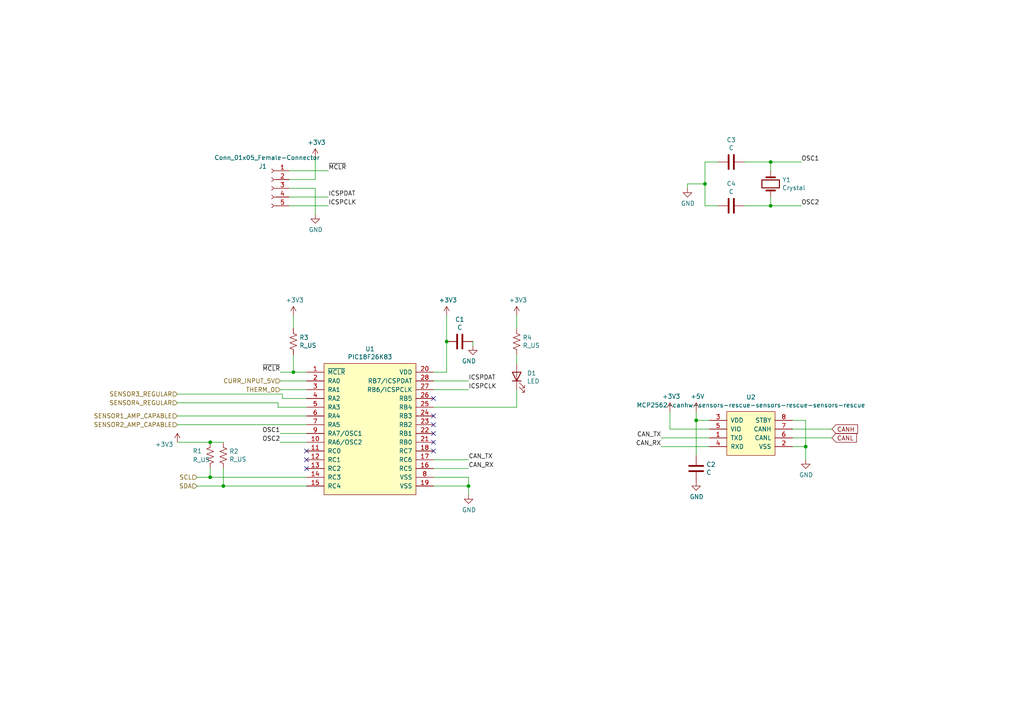
<source format=kicad_sch>
(kicad_sch (version 20211123) (generator eeschema)
  (paper "A4")
  (lib_symbols
    (symbol "Device:C" (pin_numbers hide) (pin_names (offset 0.254))
      (property "Reference" "C" (at 0.635 2.54 0))
      (property "Value" "C" (at 0.635 -2.54 0))
      (symbol "C_0_1"
        (polyline (pts (xy -2.032 -0.762) (xy 2.032 -0.762)) (stroke (width 0.508)))
        (polyline (pts (xy -2.032 0.762) (xy 2.032 0.762)) (stroke (width 0.508)))
      )
      (symbol "C_1_1"
        (pin passive line (at 0 3.81 270) (length 2.794) (name "~") (number "1"))
        (pin passive line (at 0 -3.81 90) (length 2.794) (name "~") (number "2"))
      )
    )
    (symbol "Device:Crystal" (pin_numbers hide) (pin_names (offset 1.016) hide)
      (property "Reference" "Y" (at 0 3.81 0))
      (property "Value" "Crystal" (at 0 -3.81 0))
      (symbol "Crystal_0_1"
        (rectangle (start -1.143 2.54) (end 1.143 -2.54) (stroke (width 0.3048)))
        (polyline (pts (xy -2.54 0) (xy -1.905 0)))
        (polyline (pts (xy -1.905 -1.27) (xy -1.905 1.27)) (stroke (width 0.508)))
        (polyline (pts (xy 1.905 -1.27) (xy 1.905 1.27)) (stroke (width 0.508)))
        (polyline (pts (xy 2.54 0) (xy 1.905 0)))
      )
      (symbol "Crystal_1_1"
        (pin passive line (at -3.81 0 0) (length 1.27) (name "1") (number "1"))
        (pin passive line (at 3.81 0 180) (length 1.27) (name "2") (number "2"))
      )
    )
    (symbol "Device:LED" (pin_numbers hide) (pin_names (offset 1.016) hide)
      (property "Reference" "D" (at 0 2.54 0))
      (property "Value" "LED" (at 0 -2.54 0))
      (symbol "LED_0_1"
        (polyline (pts (xy -1.27 -1.27) (xy -1.27 1.27)) (stroke (width 0.254)))
        (polyline (pts (xy -1.27 0) (xy 1.27 0)))
        (polyline (pts (xy 1.27 -1.27) (xy 1.27 1.27) (xy -1.27 0) (xy 1.27 -1.27)) (stroke (width 0.254)))
        (polyline (pts (xy -3.048 -0.762) (xy -4.572 -2.286) (xy -3.81 -2.286) (xy -4.572 -2.286) (xy -4.572 -1.524)))
        (polyline (pts (xy -1.778 -0.762) (xy -3.302 -2.286) (xy -2.54 -2.286) (xy -3.302 -2.286) (xy -3.302 -1.524)))
      )
      (symbol "LED_1_1"
        (pin passive line (at -3.81 0 0) (length 2.54) (name "K") (number "1"))
        (pin passive line (at 3.81 0 180) (length 2.54) (name "A") (number "2"))
      )
    )
    (symbol "Device:R_US" (pin_numbers hide) (pin_names (offset 0))
      (property "Reference" "R" (at 2.54 0 90))
      (property "Value" "R_US" (at -2.54 0 90))
      (symbol "R_US_0_1"
        (polyline (pts (xy 0 -2.286) (xy 0 -2.54)))
        (polyline (pts (xy 0 2.286) (xy 0 2.54)))
        (polyline (pts (xy 0 -0.762) (xy 1.016 -1.143) (xy 0 -1.524) (xy -1.016 -1.905) (xy 0 -2.286)))
        (polyline (pts (xy 0 0.762) (xy 1.016 0.381) (xy 0 0) (xy -1.016 -0.381) (xy 0 -0.762)))
        (polyline (pts (xy 0 2.286) (xy 1.016 1.905) (xy 0 1.524) (xy -1.016 1.143) (xy 0 0.762)))
      )
      (symbol "R_US_1_1"
        (pin passive line (at 0 3.81 270) (length 1.27) (name "~") (number "1"))
        (pin passive line (at 0 -3.81 90) (length 1.27) (name "~") (number "2"))
      )
    )
    (symbol "canhw:PIC18F26K83" (pin_names (offset 1.016))
      (property "Reference" "U" (at 11.43 20.32 0))
      (property "Value" "PIC18F26K83" (at -7.62 20.32 0))
      (symbol "PIC18F26K83_0_1"
        (rectangle (start -13.97 19.05) (end 12.7 -19.05) (fill (type background)))
      )
      (symbol "PIC18F26K83_1_1"
        (pin input line (at -19.05 16.51 0) (length 5.08) (name "~{MCLR}") (number "1"))
        (pin bidirectional line (at -19.05 -3.81 0) (length 5.08) (name "RA6/OSC2") (number "10"))
        (pin bidirectional line (at -19.05 -6.35 0) (length 5.08) (name "RC0") (number "11"))
        (pin bidirectional line (at -19.05 -8.89 0) (length 5.08) (name "RC1") (number "12"))
        (pin bidirectional line (at -19.05 -11.43 0) (length 5.08) (name "RC2") (number "13"))
        (pin bidirectional line (at -19.05 -13.97 0) (length 5.08) (name "RC3") (number "14"))
        (pin bidirectional line (at -19.05 -16.51 0) (length 5.08) (name "RC4") (number "15"))
        (pin bidirectional line (at 17.78 -11.43 180) (length 5.08) (name "RC5") (number "16"))
        (pin bidirectional line (at 17.78 -8.89 180) (length 5.08) (name "RC6") (number "17"))
        (pin bidirectional line (at 17.78 -6.35 180) (length 5.08) (name "RC7") (number "18"))
        (pin power_in line (at 17.78 -16.51 180) (length 5.08) (name "VSS") (number "19"))
        (pin bidirectional line (at -19.05 13.97 0) (length 5.08) (name "RA0") (number "2"))
        (pin power_in line (at 17.78 16.51 180) (length 5.08) (name "VDD") (number "20"))
        (pin bidirectional line (at 17.78 -3.81 180) (length 5.08) (name "RB0") (number "21"))
        (pin bidirectional line (at 17.78 -1.27 180) (length 5.08) (name "RB1") (number "22"))
        (pin bidirectional line (at 17.78 1.27 180) (length 5.08) (name "RB2") (number "23"))
        (pin bidirectional line (at 17.78 3.81 180) (length 5.08) (name "RB3") (number "24"))
        (pin bidirectional line (at 17.78 6.35 180) (length 5.08) (name "RB4") (number "25"))
        (pin bidirectional line (at 17.78 8.89 180) (length 5.08) (name "RB5") (number "26"))
        (pin bidirectional line (at 17.78 11.43 180) (length 5.08) (name "RB6/ICSPCLK") (number "27"))
        (pin bidirectional line (at 17.78 13.97 180) (length 5.08) (name "RB7/ICSPDAT") (number "28"))
        (pin bidirectional line (at -19.05 11.43 0) (length 5.08) (name "RA1") (number "3"))
        (pin bidirectional line (at -19.05 8.89 0) (length 5.08) (name "RA2") (number "4"))
        (pin bidirectional line (at -19.05 6.35 0) (length 5.08) (name "RA3") (number "5"))
        (pin bidirectional line (at -19.05 3.81 0) (length 5.08) (name "RA4") (number "6"))
        (pin bidirectional line (at -19.05 1.27 0) (length 5.08) (name "RA5") (number "7"))
        (pin power_in line (at 17.78 -13.97 180) (length 5.08) (name "VSS") (number "8"))
        (pin bidirectional line (at -19.05 -1.27 0) (length 5.08) (name "RA7/OSC1") (number "9"))
      )
    )
    (symbol "power:+3V3" (power) (pin_names (offset 0))
      (property "Value" "+3V3" (at 0 3.556 0))
      (symbol "+3V3_0_1"
        (polyline (pts (xy -0.762 1.27) (xy 0 2.54)))
        (polyline (pts (xy 0 0) (xy 0 2.54)))
        (polyline (pts (xy 0 2.54) (xy 0.762 1.27)))
      )
      (symbol "+3V3_1_1"
        (pin power_in line (at 0 0 90) (length 0) hide (name "+3V3") (number "1"))
      )
    )
    (symbol "power:+5V" (power) (pin_names (offset 0))
      (property "Value" "+5V" (at 0 3.556 0))
      (symbol "+5V_0_1"
        (polyline (pts (xy -0.762 1.27) (xy 0 2.54)))
        (polyline (pts (xy 0 0) (xy 0 2.54)))
        (polyline (pts (xy 0 2.54) (xy 0.762 1.27)))
      )
      (symbol "+5V_1_1"
        (pin power_in line (at 0 0 90) (length 0) hide (name "+5V") (number "1"))
      )
    )
    (symbol "power:GND" (power) (pin_names (offset 0))
      (property "Value" "GND" (at 0 -3.81 0))
      (symbol "GND_0_1"
        (polyline (pts (xy 0 0) (xy 0 -1.27) (xy 1.27 -1.27) (xy 0 -2.54) (xy -1.27 -1.27) (xy 0 -1.27)))
      )
      (symbol "GND_1_1"
        (pin power_in line (at 0 0 270) (length 0) hide (name "GND") (number "1"))
      )
    )
    (symbol "sensors-rescue:Conn_01x05_Female-Connector" (pin_names (offset 1.016) hide)
      (property "Reference" "J" (at 0 7.62 0))
      (property "Value" "Conn_01x05_Female-Connector" (at 0 -7.62 0))
      (symbol "Conn_01x05_Female-Connector_1_1"
        (arc (start 0 -4.572) (mid -0.508 -5.08) (end 0 -5.588) (stroke (width 0.1524)))
        (arc (start 0 -2.032) (mid -0.508 -2.54) (end 0 -3.048) (stroke (width 0.1524)))
        (polyline (pts (xy -1.27 -5.08) (xy -0.508 -5.08)) (stroke (width 0.1524)))
        (polyline (pts (xy -1.27 -2.54) (xy -0.508 -2.54)) (stroke (width 0.1524)))
        (polyline (pts (xy -1.27 0) (xy -0.508 0)) (stroke (width 0.1524)))
        (polyline (pts (xy -1.27 2.54) (xy -0.508 2.54)) (stroke (width 0.1524)))
        (polyline (pts (xy -1.27 5.08) (xy -0.508 5.08)) (stroke (width 0.1524)))
        (arc (start 0 0.508) (mid -0.508 0) (end 0 -0.508) (stroke (width 0.1524)))
        (arc (start 0 3.048) (mid -0.508 2.54) (end 0 2.032) (stroke (width 0.1524)))
        (arc (start 0 5.588) (mid -0.508 5.08) (end 0 4.572) (stroke (width 0.1524)))
        (pin passive line (at -5.08 5.08 0) (length 3.81) (name "Pin_1") (number "1"))
        (pin passive line (at -5.08 2.54 0) (length 3.81) (name "Pin_2") (number "2"))
        (pin passive line (at -5.08 0 0) (length 3.81) (name "Pin_3") (number "3"))
        (pin passive line (at -5.08 -2.54 0) (length 3.81) (name "Pin_4") (number "4"))
        (pin passive line (at -5.08 -5.08 0) (length 3.81) (name "Pin_5") (number "5"))
      )
    )
    (symbol "sensors-rescue:MCP2562-canhw-sensors-rescue-sensors-rescue-sensors-rescue" (pin_names (offset 1.016))
      (property "Reference" "U" (at 5.08 3.81 0))
      (property "Value" "MCP2562-canhw-sensors-rescue-sensors-rescue-sensors-rescue" (at -3.81 3.81 0))
      (symbol "MCP2562-canhw-sensors-rescue-sensors-rescue-sensors-rescue_0_1"
        (rectangle (start -7.62 2.54) (end 6.35 -10.16) (fill (type background)))
      )
      (symbol "MCP2562-canhw-sensors-rescue-sensors-rescue-sensors-rescue_1_1"
        (pin bidirectional line (at -12.7 -5.08 0) (length 5.08) (name "TXD") (number "1"))
        (pin power_in line (at 11.43 -7.62 180) (length 5.08) (name "VSS") (number "2"))
        (pin power_in line (at -12.7 0 0) (length 5.08) (name "VDD") (number "3"))
        (pin bidirectional line (at -12.7 -7.62 0) (length 5.08) (name "RXD") (number "4"))
        (pin bidirectional line (at -12.7 -2.54 0) (length 5.08) (name "VIO") (number "5"))
        (pin bidirectional line (at 11.43 -5.08 180) (length 5.08) (name "CANL") (number "6"))
        (pin bidirectional line (at 11.43 -2.54 180) (length 5.08) (name "CANH") (number "7"))
        (pin bidirectional line (at 11.43 0 180) (length 5.08) (name "STBY") (number "8"))
      )
    )
  )
  (junction (at 64.77 140.97))
  (junction (at 201.93 121.92))
  (junction (at 60.96 138.43))
  (junction (at 129.54 99.06))
  (junction (at 204.47 53.34))
  (junction (at 223.52 46.99))
  (junction (at 85.09 107.95))
  (junction (at 223.52 59.69))
  (junction (at 60.96 128.27))
  (junction (at 135.89 140.97))
  (junction (at 233.68 129.54))
  (no_connect (at 88.9 135.89))
  (no_connect (at 125.73 120.65))
  (no_connect (at 125.73 115.57))
  (no_connect (at 125.73 123.19))
  (no_connect (at 125.73 125.73))
  (no_connect (at 125.73 128.27))
  (no_connect (at 125.73 130.81))
  (no_connect (at 88.9 130.81))
  (no_connect (at 88.9 133.35))
  (wire (pts (xy 60.96 135.89) (xy 60.96 138.43)))
  (wire (pts (xy 215.9 46.99) (xy 223.52 46.99)))
  (wire (pts (xy 204.47 46.99) (xy 204.47 53.34)))
  (wire (pts (xy 233.68 121.92) (xy 229.87 121.92)))
  (wire (pts (xy 223.52 46.99) (xy 223.52 49.53)))
  (wire (pts (xy 135.89 138.43) (xy 135.89 140.97)))
  (wire (pts (xy 85.09 107.95) (xy 88.9 107.95)))
  (wire (pts (xy 81.28 125.73) (xy 88.9 125.73)))
  (wire (pts (xy 233.68 129.54) (xy 233.68 121.92)))
  (wire (pts (xy 64.77 135.89) (xy 64.77 140.97)))
  (wire (pts (xy 194.31 124.46) (xy 205.74 124.46)))
  (wire (pts (xy 83.82 49.53) (xy 95.25 49.53)))
  (wire (pts (xy 81.28 113.03) (xy 88.9 113.03)))
  (wire (pts (xy 215.9 59.69) (xy 223.52 59.69)))
  (wire (pts (xy 64.77 140.97) (xy 88.9 140.97)))
  (wire (pts (xy 135.89 113.03) (xy 125.73 113.03)))
  (wire (pts (xy 199.39 53.34) (xy 204.47 53.34)))
  (wire (pts (xy 149.86 113.03) (xy 149.86 118.11)))
  (wire (pts (xy 199.39 54.61) (xy 199.39 53.34)))
  (wire (pts (xy 204.47 59.69) (xy 208.28 59.69)))
  (wire (pts (xy 51.435 120.65) (xy 88.9 120.65)))
  (wire (pts (xy 85.09 91.44) (xy 85.09 95.25)))
  (wire (pts (xy 149.86 102.87) (xy 149.86 105.41)))
  (wire (pts (xy 91.44 62.23) (xy 91.44 54.61)))
  (wire (pts (xy 125.73 107.95) (xy 129.54 107.95)))
  (wire (pts (xy 81.915 115.57) (xy 88.9 115.57)))
  (wire (pts (xy 241.3 127) (xy 229.87 127)))
  (wire (pts (xy 83.82 59.69) (xy 95.25 59.69)))
  (wire (pts (xy 149.86 95.25) (xy 149.86 91.44)))
  (wire (pts (xy 233.68 133.35) (xy 233.68 129.54)))
  (wire (pts (xy 201.93 132.08) (xy 201.93 121.92)))
  (wire (pts (xy 201.93 119.38) (xy 201.93 121.92)))
  (wire (pts (xy 51.435 123.19) (xy 88.9 123.19)))
  (wire (pts (xy 91.44 45.72) (xy 91.44 52.07)))
  (wire (pts (xy 232.41 59.69) (xy 223.52 59.69)))
  (wire (pts (xy 81.28 107.95) (xy 85.09 107.95)))
  (wire (pts (xy 85.09 102.87) (xy 85.09 107.95)))
  (wire (pts (xy 229.87 129.54) (xy 233.68 129.54)))
  (wire (pts (xy 194.31 119.38) (xy 194.31 124.46)))
  (wire (pts (xy 91.44 52.07) (xy 83.82 52.07)))
  (wire (pts (xy 223.52 59.69) (xy 223.52 57.15)))
  (wire (pts (xy 201.93 121.92) (xy 205.74 121.92)))
  (wire (pts (xy 129.54 91.44) (xy 129.54 99.06)))
  (wire (pts (xy 57.15 138.43) (xy 60.96 138.43)))
  (wire (pts (xy 191.77 129.54) (xy 205.74 129.54)))
  (wire (pts (xy 81.28 128.27) (xy 88.9 128.27)))
  (wire (pts (xy 125.73 118.11) (xy 149.86 118.11)))
  (wire (pts (xy 80.645 118.11) (xy 88.9 118.11)))
  (wire (pts (xy 80.645 116.84) (xy 51.435 116.84)))
  (wire (pts (xy 60.96 138.43) (xy 88.9 138.43)))
  (wire (pts (xy 91.44 54.61) (xy 83.82 54.61)))
  (wire (pts (xy 241.3 124.46) (xy 229.87 124.46)))
  (wire (pts (xy 125.73 135.89) (xy 135.89 135.89)))
  (wire (pts (xy 64.77 128.27) (xy 60.96 128.27)))
  (wire (pts (xy 208.28 46.99) (xy 204.47 46.99)))
  (wire (pts (xy 191.77 127) (xy 205.74 127)))
  (wire (pts (xy 51.435 128.27) (xy 60.96 128.27)))
  (wire (pts (xy 81.915 114.3) (xy 51.435 114.3)))
  (wire (pts (xy 57.15 140.97) (xy 64.77 140.97)))
  (wire (pts (xy 232.41 46.99) (xy 223.52 46.99)))
  (wire (pts (xy 204.47 53.34) (xy 204.47 59.69)))
  (wire (pts (xy 137.16 99.06) (xy 137.16 100.33)))
  (wire (pts (xy 129.54 99.06) (xy 129.54 107.95)))
  (wire (pts (xy 125.73 138.43) (xy 135.89 138.43)))
  (wire (pts (xy 125.73 133.35) (xy 135.89 133.35)))
  (wire (pts (xy 125.73 140.97) (xy 135.89 140.97)))
  (wire (pts (xy 83.82 57.15) (xy 95.25 57.15)))
  (wire (pts (xy 135.89 140.97) (xy 135.89 143.51)))
  (wire (pts (xy 81.915 114.3) (xy 81.915 115.57)))
  (wire (pts (xy 135.89 110.49) (xy 125.73 110.49)))
  (wire (pts (xy 81.28 110.49) (xy 88.9 110.49)))
  (wire (pts (xy 80.645 116.84) (xy 80.645 118.11)))
  (label "CAN_RX" (at 135.89 135.89 0))
  (label "OSC2" (at 81.28 128.27 180))
  (label "ICSPCLK" (at 135.89 113.03 0))
  (label "~{MCLR}" (at 95.25 49.53 0))
  (label "ICSPDAT" (at 95.25 57.15 0))
  (label "CAN_TX" (at 191.77 127 180))
  (label "CAN_RX" (at 191.77 129.54 180))
  (label "OSC2" (at 232.41 59.69 0))
  (label "ICSPDAT" (at 135.89 110.49 0))
  (label "ICSPCLK" (at 95.25 59.69 0))
  (label "CAN_TX" (at 135.89 133.35 0))
  (label "OSC1" (at 232.41 46.99 0))
  (label "~{MCLR}" (at 81.28 107.95 180))
  (label "OSC1" (at 81.28 125.73 180))
  (global_label "CANH" (shape input) (at 241.3 124.46 0) (property "Intersheet References" "${INTERSHEET_REFS}" (effects hide)))
  (global_label "CANL" (shape input) (at 241.3 127 0) (property "Intersheet References" "${INTERSHEET_REFS}" (effects hide)))
  (hierarchical_label "SENSOR1_AMP_CAPABLE" (shape input) (at 51.435 120.65 180))
  (hierarchical_label "SCL" (shape input) (at 57.15 138.43 180))
  (hierarchical_label "SENSOR2_AMP_CAPABLE" (shape input) (at 51.435 123.19 180))
  (hierarchical_label "THERM_0" (shape input) (at 81.28 113.03 180))
  (hierarchical_label "SENSOR4_REGULAR" (shape input) (at 51.435 116.84 180))
  (hierarchical_label "CURR_INPUT_5V" (shape input) (at 81.28 110.49 180))
  (hierarchical_label "SENSOR3_REGULAR" (shape input) (at 51.435 114.3 180))
  (hierarchical_label "SDA" (shape input) (at 57.15 140.97 180))
  (symbol (lib_id "power:GND") (at 135.89 143.51 0) (unit 1)
    (property "Reference" "#PWR06" (effects hide))
    (property "Value" "GND" (at 136.017 147.9042 0))
  )
  (symbol (lib_id "power:GND") (at 137.16 100.33 0) (unit 1)
    (property "Reference" "#PWR07" (effects hide))
    (property "Value" "GND" (at 136.017 104.7242 0))
  )
  (symbol (lib_id "sensors-rescue:MCP2562-canhw-sensors-rescue-sensors-rescue-sensors-rescue") (at 218.44 121.92 0) (unit 1)
    (property "Reference" "U2" (at 217.805 115.189 0))
    (property "Value" "MCP2562-canhw-sensors-rescue-sensors-rescue-sensors-rescue" (at 217.805 117.5004 0))
    (property "Footprint" "Package_SO:SOIC-8_3.9x4.9mm_P1.27mm" (effects hide))
  )
  (symbol (lib_id "power:+5V") (at 201.93 119.38 0) (unit 1)
    (property "Reference" "#PWR011" (effects hide))
    (property "Value" "+5V" (at 202.311 114.9858 0))
  )
  (symbol (lib_id "sensors-rescue:Conn_01x05_Female-Connector") (at 78.74 54.61 0) (mirror y) (unit 1)
    (property "Reference" "J1" (at 76.2 48.26 0))
    (property "Value" "Conn_01x05_Female-Connector" (at 77.47 45.72 0))
    (property "Footprint" "canhw_footprints:PinHeader_5x2.54_SMD_90deg_952-3198-1-ND" (effects hide))
  )
  (symbol (lib_id "power:GND") (at 91.44 62.23 0) (unit 1)
    (property "Reference" "#PWR04" (effects hide))
    (property "Value" "GND" (at 91.567 66.6242 0))
  )
  (symbol (lib_id "power:GND") (at 233.68 133.35 0) (unit 1)
    (property "Reference" "#PWR013" (effects hide))
    (property "Value" "GND" (at 233.807 137.7442 0))
  )
  (symbol (lib_id "power:GND") (at 201.93 139.7 0) (unit 1)
    (property "Reference" "#PWR012" (effects hide))
    (property "Value" "GND" (at 202.057 144.0942 0))
  )
  (symbol (lib_id "power:GND") (at 199.39 54.61 0) (unit 1)
    (property "Reference" "#PWR010" (effects hide))
    (property "Value" "GND" (at 199.517 59.0042 0))
  )
  (symbol (lib_id "Device:R_US") (at 85.09 99.06 0) (unit 1)
    (property "Reference" "R3" (at 86.8172 97.8916 0) (effects (justify left)))
    (property "Value" "R_US" (at 86.8172 100.203 0) (effects (justify left)))
    (property "Footprint" "Resistor_SMD:R_0805_2012Metric_Pad1.15x1.40mm_HandSolder" (effects hide))
  )
  (symbol (lib_id "Device:Crystal") (at 223.52 53.34 270) (unit 1)
    (property "Reference" "Y1" (at 226.8474 52.1716 90) (effects (justify left)))
    (property "Value" "Crystal" (at 226.8474 54.483 90) (effects (justify left)))
    (property "Footprint" "Crystal:Resonator-2Pin_W10.0mm_H5.0mm" (effects hide))
  )
  (symbol (lib_id "Device:C") (at 212.09 46.99 270) (unit 1)
    (property "Reference" "C3" (at 212.09 40.5892 90))
    (property "Value" "C" (at 212.09 42.9006 90))
    (property "Footprint" "Capacitor_SMD:C_0805_2012Metric_Pad1.15x1.40mm_HandSolder" (effects hide))
  )
  (symbol (lib_id "Device:C") (at 212.09 59.69 270) (unit 1)
    (property "Reference" "C4" (at 212.09 53.2892 90))
    (property "Value" "C" (at 212.09 55.6006 90))
    (property "Footprint" "Capacitor_SMD:C_0805_2012Metric_Pad1.15x1.40mm_HandSolder" (effects hide))
  )
  (symbol (lib_id "Device:C") (at 201.93 135.89 0) (unit 1)
    (property "Reference" "C2" (at 204.851 134.7216 0) (effects (justify left)))
    (property "Value" "C" (at 204.851 137.033 0) (effects (justify left)))
    (property "Footprint" "Capacitor_SMD:C_0805_2012Metric_Pad1.15x1.40mm_HandSolder" (effects hide))
  )
  (symbol (lib_id "Device:C") (at 133.35 99.06 270) (unit 1)
    (property "Reference" "C1" (at 133.35 92.6592 90))
    (property "Value" "C" (at 133.35 94.9706 90))
    (property "Footprint" "Capacitor_SMD:C_0805_2012Metric_Pad1.15x1.40mm_HandSolder" (effects hide))
  )
  (symbol (lib_id "Device:LED") (at 149.86 109.22 90) (unit 1)
    (property "Reference" "D1" (at 152.8318 108.2548 90) (effects (justify right)))
    (property "Value" "LED" (at 152.8318 110.5662 90) (effects (justify right)))
    (property "Footprint" "LED_SMD:LED_1206_3216Metric_Pad1.42x1.75mm_HandSolder" (effects hide))
  )
  (symbol (lib_id "Device:R_US") (at 149.86 99.06 0) (unit 1)
    (property "Reference" "R4" (at 151.5872 97.8916 0) (effects (justify left)))
    (property "Value" "R_US" (at 151.5872 100.203 0) (effects (justify left)))
    (property "Footprint" "Resistor_SMD:R_0805_2012Metric_Pad1.15x1.40mm_HandSolder" (effects hide))
  )
  (symbol (lib_id "canhw:PIC18F26K83") (at 107.95 124.46 0) (unit 1)
    (property "Reference" "U1" (at 107.315 101.219 0))
    (property "Value" "PIC18F26K83" (at 107.315 103.5304 0))
    (property "Footprint" "Package_SO:SSOP-28_5.3x10.2mm_P0.65mm" (effects hide))
    (property "Datasheet" "http://ww1.microchip.com/downloads/en/DeviceDoc/40001943A.pdf" (effects hide))
  )
  (symbol (lib_id "Device:R_US") (at 64.77 132.08 0) (unit 1)
    (property "Reference" "R2" (at 66.4972 130.9116 0) (effects (justify left)))
    (property "Value" "R_US" (at 66.4972 133.223 0) (effects (justify left)))
    (property "Footprint" "Resistor_SMD:R_0805_2012Metric_Pad1.15x1.40mm_HandSolder" (effects hide))
  )
  (symbol (lib_id "Device:R_US") (at 60.96 132.08 0) (mirror y) (unit 1)
    (property "Reference" "R1" (at 55.88 130.81 0) (effects (justify right)))
    (property "Value" "R_US" (at 55.88 133.35 0) (effects (justify right)))
    (property "Footprint" "Resistor_SMD:R_0805_2012Metric_Pad1.15x1.40mm_HandSolder" (effects hide))
  )
  (symbol (lib_id "power:+3V3") (at 194.31 119.38 0) (unit 1)
    (property "Reference" "#PWR09" (effects hide))
    (property "Value" "+3V3" (at 194.691 114.9858 0))
  )
  (symbol (lib_id "power:+3V3") (at 91.44 45.72 0) (unit 1)
    (property "Reference" "#PWR03" (effects hide))
    (property "Value" "+3V3" (at 91.821 41.3258 0))
  )
  (symbol (lib_id "power:+3V3") (at 149.86 91.44 0) (unit 1)
    (property "Reference" "#PWR08" (effects hide))
    (property "Value" "+3V3" (at 150.241 87.0458 0))
  )
  (symbol (lib_id "power:+3V3") (at 129.54 91.44 0) (unit 1)
    (property "Reference" "#PWR05" (effects hide))
    (property "Value" "+3V3" (at 129.921 87.0458 0))
  )
  (symbol (lib_id "power:+3V3") (at 85.09 91.44 0) (unit 1)
    (property "Reference" "#PWR02" (effects hide))
    (property "Value" "+3V3" (at 85.471 87.0458 0))
  )
  (symbol (lib_id "power:+3V3") (at 51.435 128.27 0) (unit 1)
    (property "Reference" "#PWR01" (effects hide))
    (property "Value" "+3V3" (at 47.625 128.905 0))
  )
)
</source>
